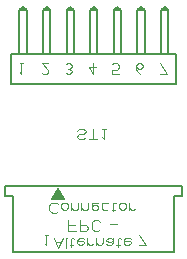
<source format=gbr>
G04 GENERATED BY PULSONIX 7.0 GERBER.DLL 4573*
%INHILLSTAR_140X90_EL_V1_0*%
%LNGERBER_SILKSCREEN_BOTTOM*%
%FSLAX33Y33*%
%IPPOS*%
%LPD*%
%OFA0B0*%
%MOMM*%
%ADD15C,0.125*%
%ADD17C,0.200*%
%ADD71C,0.127*%
%ADD78C,0.203*%
X0Y0D02*
D02*
D15*
X125138Y185116D02*
X125432Y185116D01*
X125285D02*
X125285Y184234D01*
X125138Y184381*
X127253Y170591D02*
X127547Y170591D01*
X127400D02*
X127400Y169709D01*
X127253Y169856*
X127579Y185116D02*
X126991Y185116D01*
X127505Y184602*
X127579Y184455*
X127505Y184308*
X127358Y184234*
X127138*
X126991Y184308*
X129064Y185043D02*
X129211Y185116D01*
X129358*
X129505Y185043*
X129579Y184896*
X129505Y184749*
X129358Y184675*
X129211*
X129358D02*
X129505Y184602D01*
X129579Y184455*
X129505Y184308*
X129358Y184234*
X129211*
X129064Y184308*
X128041Y170341D02*
X128408Y169459D01*
X128776Y170341*
X128188Y169974D02*
X128629Y169974D01*
X129127Y170341D02*
X129053Y170341D01*
Y169459*
X129366Y169753D02*
X129660Y169753D01*
X129513Y169606D02*
X129513Y170268D01*
X129586Y170341*
X129660*
X129733Y170268*
X130579D02*
X130505Y170341D01*
X130358*
X130211*
X130064Y170268*
X129991Y170121*
Y169900*
X130064Y169827*
X130211Y169753*
X130358*
X130505Y169827*
X130579Y169900*
Y169974*
X130505Y170047*
X130358Y170121*
X130211*
X130064Y170047*
X129991Y169974*
X130841Y170341D02*
X130841Y169753D01*
Y169974D02*
X130914Y169827D01*
X131061Y169753*
X131208*
X131355Y169827*
X131616Y170341D02*
X131616Y169753D01*
Y169974D02*
X131689Y169827D01*
X131836Y169753*
X131983*
X132130Y169827*
X132204Y169974*
Y170341*
X132466Y169827D02*
X132613Y169753D01*
X132833*
X132980Y169827*
X133054Y169974*
Y170194*
X132980Y170268*
X132833Y170341*
X132686*
X132539Y170268*
X132466Y170194*
Y170121*
X132539Y170047*
X132686Y169974*
X132833*
X132980Y170047*
X133054Y170121*
Y170194D02*
X133054Y170341D01*
X133316Y169753D02*
X133610Y169753D01*
X133463Y169606D02*
X133463Y170268D01*
X133536Y170341*
X133610*
X133683Y170268*
X134529D02*
X134455Y170341D01*
X134308*
X134161*
X134014Y170268*
X133941Y170121*
Y169900*
X134014Y169827*
X134161Y169753*
X134308*
X134455Y169827*
X134529Y169900*
Y169974*
X134455Y170047*
X134308Y170121*
X134161*
X134014Y170047*
X133941Y169974*
X129203Y171841D02*
X129203Y170959D01*
X129938*
X129791Y171400D02*
X129203Y171400D01*
X130216Y171841D02*
X130216Y170959D01*
X130730*
X130877Y171033*
X130951Y171180*
X130877Y171327*
X130730Y171400*
X130216*
X131963Y171694D02*
X131890Y171768D01*
X131743Y171841*
X131522*
X131375Y171768*
X131302Y171694*
X131228Y171547*
Y171253*
X131302Y171106*
X131375Y171033*
X131522Y170959*
X131743*
X131890Y171033*
X131963Y171106*
X132778Y171547D02*
X133366Y171547D01*
X128395Y173194D02*
X128321Y173268D01*
X128174Y173341*
X127954*
X127806Y173268*
X127733Y173194*
X127659Y173047*
Y172753*
X127733Y172606*
X127806Y172533*
X127954Y172459*
X128174*
X128321Y172533*
X128395Y172606*
X128672Y173121D02*
X128745Y173268D01*
X128892Y173341*
X129040*
X129187Y173268*
X129260Y173121*
Y172974*
X129187Y172827*
X129040Y172753*
X128892*
X128745Y172827*
X128672Y172974*
Y173121*
X129522Y173341D02*
X129522Y172753D01*
Y172974D02*
X129595Y172827D01*
X129742Y172753*
X129890*
X130037Y172827*
X130110Y172974*
Y173341*
X130372D02*
X130372Y172753D01*
Y172974D02*
X130445Y172827D01*
X130592Y172753*
X130740*
X130887Y172827*
X130960Y172974*
Y173341*
X131810Y173268D02*
X131737Y173341D01*
X131590*
X131442*
X131295Y173268*
X131222Y173121*
Y172900*
X131295Y172827*
X131442Y172753*
X131590*
X131737Y172827*
X131810Y172900*
Y172974*
X131737Y173047*
X131590Y173121*
X131442*
X131295Y173047*
X131222Y172974*
X132660Y172827D02*
X132513Y172753D01*
X132292*
X132145Y172827*
X132072Y172974*
Y173121*
X132145Y173268*
X132292Y173341*
X132513*
X132660Y173268*
X132922Y172753D02*
X133216Y172753D01*
X133069Y172606D02*
X133069Y173268D01*
X133142Y173341*
X133216*
X133290Y173268*
X133547Y173121D02*
X133620Y173268D01*
X133767Y173341*
X133915*
X134062Y173268*
X134135Y173121*
Y172974*
X134062Y172827*
X133915Y172753*
X133767*
X133620Y172827*
X133547Y172974*
Y173121*
X134397Y173341D02*
X134397Y172753D01*
Y172974D02*
X134470Y172827D01*
X134617Y172753*
X134765*
X134912Y172827*
X129978Y179371D02*
X130052Y179518D01*
X130199Y179591*
X130493*
X130640Y179518*
X130713Y179371*
X130640Y179224*
X130493Y179150*
X130199*
X130052Y179077*
X129978Y178930*
X130052Y178783*
X130199Y178709*
X130493*
X130640Y178783*
X130713Y178930*
X131358Y179591D02*
X131358Y178709D01*
X130991D02*
X131726Y178709D01*
X132150Y179591D02*
X132444Y179591D01*
X132297D02*
X132297Y178709D01*
X132150Y178856*
X131358Y185116D02*
X131358Y184234D01*
X130991Y184822*
X131579*
X132991Y185043D02*
X133138Y185116D01*
X133358*
X133505Y185043*
X133579Y184896*
Y184822*
X133505Y184675*
X133358Y184602*
X132991*
Y184234*
X133579*
X135268Y170591D02*
X135857Y169709D01*
X135268*
X134991Y184896D02*
X135064Y184749D01*
X135211Y184675*
X135358*
X135505Y184749*
X135579Y184896*
X135505Y185043*
X135358Y185116*
X135211*
X135064Y185043*
X134991Y184896*
Y184675*
X135064Y184455*
X135211Y184308*
X135358Y184234*
X136991Y185116D02*
X137579Y184234D01*
X136991*
D02*
D17*
X127916Y173621D02*
X128416Y174512D01*
X128916Y173621*
X127916*
G36*
X128416Y174512*
X128916Y173621*
X127916*
G37*
D02*
D71*
X124616Y169150D02*
Y173900D01*
X123916*
Y174711*
X123916Y174712*
X138915*
X138916Y174711*
Y173900*
X138216*
Y169150*
X124616*
X125111Y185912D02*
Y189607D01*
X125416Y189912*
X125720Y185912D02*
Y189607D01*
X125416Y189912*
X125720Y189607D02*
X125111D01*
X127111Y185912D02*
Y189607D01*
X127416Y189912*
X127720Y185912D02*
Y189607D01*
X127416Y189912*
X127720Y189607D02*
X127111D01*
X129111Y185912D02*
Y189607D01*
X129416Y189912*
X129720Y185912D02*
Y189607D01*
X129416Y189912*
X129720Y189607D02*
X129111D01*
X131111Y185912D02*
Y189607D01*
X131416Y189912*
X131720Y185912D02*
Y189607D01*
X131416Y189912*
X131720Y189607D02*
X131111D01*
X133111Y185912D02*
Y189607D01*
X133416Y189912*
X133720Y185912D02*
Y189607D01*
X133416Y189912*
X133720Y189607D02*
X133111D01*
X135111Y185912D02*
Y189607D01*
X135416Y189912*
X135720Y185912D02*
Y189607D01*
X135416Y189912*
X135720Y189607D02*
X135111D01*
X137111Y185912D02*
Y189607D01*
X137416Y189912*
X137720Y185912D02*
Y189607D01*
X137416Y189912*
X137720Y189607D02*
X137111D01*
D02*
D78*
X124416Y183412D02*
Y185912D01*
X138416*
Y183412*
X124416*
X0Y0D02*
M02*

</source>
